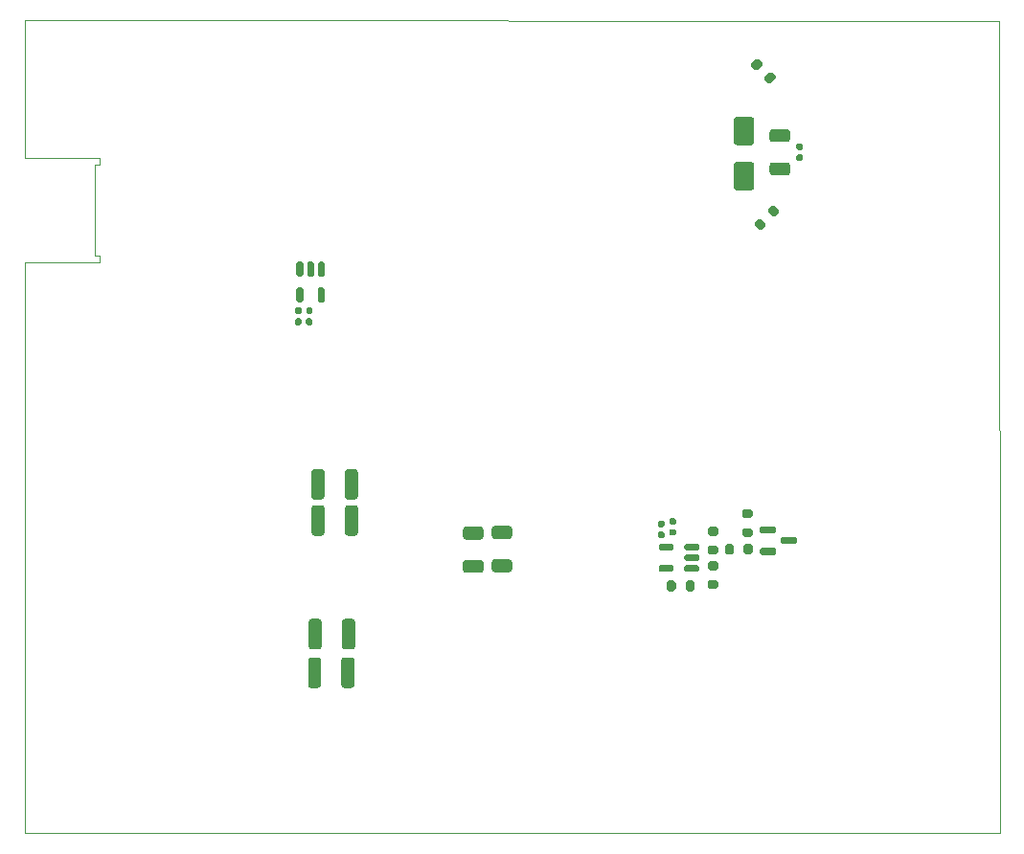
<source format=gbp>
G04 #@! TF.GenerationSoftware,KiCad,Pcbnew,9.0.1+1*
G04 #@! TF.CreationDate,2025-12-16T10:27:43+00:00*
G04 #@! TF.ProjectId,c64psu,63363470-7375-42e6-9b69-6361645f7063,rev?*
G04 #@! TF.SameCoordinates,Original*
G04 #@! TF.FileFunction,Paste,Bot*
G04 #@! TF.FilePolarity,Positive*
%FSLAX46Y46*%
G04 Gerber Fmt 4.6, Leading zero omitted, Abs format (unit mm)*
G04 Created by KiCad (PCBNEW 9.0.1+1) date 2025-12-16 10:27:43*
%MOMM*%
%LPD*%
G01*
G04 APERTURE LIST*
G04 #@! TA.AperFunction,Profile*
%ADD10C,0.050000*%
G04 #@! TD*
G04 APERTURE END LIST*
D10*
X219224551Y-37033468D02*
X219250062Y-108900624D01*
X133100087Y-108875624D01*
X133075074Y-58400000D01*
X139675000Y-58400000D01*
X139675000Y-57800000D01*
X139250000Y-57800000D01*
X139250000Y-49750000D01*
X139700000Y-49750000D01*
X139700000Y-49150000D01*
X133075000Y-49150000D01*
X133075000Y-37008468D01*
X219224551Y-37033468D01*
G36*
G01*
X197296800Y-52036802D02*
X195996800Y-52036802D01*
G75*
G02*
X195746800Y-51786802I0J250000D01*
G01*
X195746800Y-49786802D01*
G75*
G02*
X195996800Y-49536802I250000J0D01*
G01*
X197296800Y-49536802D01*
G75*
G02*
X197546800Y-49786802I0J-250000D01*
G01*
X197546800Y-51786802D01*
G75*
G02*
X197296800Y-52036802I-250000J0D01*
G01*
G37*
G36*
G01*
X197296800Y-48036800D02*
X195996800Y-48036800D01*
G75*
G02*
X195746800Y-47786800I0J250000D01*
G01*
X195746800Y-45786800D01*
G75*
G02*
X195996800Y-45536800I250000J0D01*
G01*
X197296800Y-45536800D01*
G75*
G02*
X197546800Y-45786800I0J-250000D01*
G01*
X197546800Y-47786800D01*
G75*
G02*
X197296800Y-48036800I-250000J0D01*
G01*
G37*
G36*
G01*
X193628600Y-84830200D02*
X194178600Y-84830200D01*
G75*
G02*
X194378600Y-85030200I0J-200000D01*
G01*
X194378600Y-85430200D01*
G75*
G02*
X194178600Y-85630200I-200000J0D01*
G01*
X193628600Y-85630200D01*
G75*
G02*
X193428600Y-85430200I0J200000D01*
G01*
X193428600Y-85030200D01*
G75*
G02*
X193628600Y-84830200I200000J0D01*
G01*
G37*
G36*
G01*
X193628600Y-86480200D02*
X194178600Y-86480200D01*
G75*
G02*
X194378600Y-86680200I0J-200000D01*
G01*
X194378600Y-87080200D01*
G75*
G02*
X194178600Y-87280200I-200000J0D01*
G01*
X193628600Y-87280200D01*
G75*
G02*
X193428600Y-87080200I0J200000D01*
G01*
X193428600Y-86680200D01*
G75*
G02*
X193628600Y-86480200I200000J0D01*
G01*
G37*
G36*
G01*
X192706400Y-83431201D02*
X192706400Y-83731201D01*
G75*
G02*
X192556400Y-83881201I-150000J0D01*
G01*
X191531400Y-83881201D01*
G75*
G02*
X191381400Y-83731201I0J150000D01*
G01*
X191381400Y-83431201D01*
G75*
G02*
X191531400Y-83281201I150000J0D01*
G01*
X192556400Y-83281201D01*
G75*
G02*
X192706400Y-83431201I0J-150000D01*
G01*
G37*
G36*
G01*
X192706400Y-84381200D02*
X192706400Y-84681200D01*
G75*
G02*
X192556400Y-84831200I-150000J0D01*
G01*
X191531400Y-84831200D01*
G75*
G02*
X191381400Y-84681200I0J150000D01*
G01*
X191381400Y-84381200D01*
G75*
G02*
X191531400Y-84231200I150000J0D01*
G01*
X192556400Y-84231200D01*
G75*
G02*
X192706400Y-84381200I0J-150000D01*
G01*
G37*
G36*
G01*
X192706400Y-85331199D02*
X192706400Y-85631199D01*
G75*
G02*
X192556400Y-85781199I-150000J0D01*
G01*
X191531400Y-85781199D01*
G75*
G02*
X191381400Y-85631199I0J150000D01*
G01*
X191381400Y-85331199D01*
G75*
G02*
X191531400Y-85181199I150000J0D01*
G01*
X192556400Y-85181199D01*
G75*
G02*
X192706400Y-85331199I0J-150000D01*
G01*
G37*
G36*
G01*
X190431400Y-85331199D02*
X190431400Y-85631199D01*
G75*
G02*
X190281400Y-85781199I-150000J0D01*
G01*
X189256400Y-85781199D01*
G75*
G02*
X189106400Y-85631199I0J150000D01*
G01*
X189106400Y-85331199D01*
G75*
G02*
X189256400Y-85181199I150000J0D01*
G01*
X190281400Y-85181199D01*
G75*
G02*
X190431400Y-85331199I0J-150000D01*
G01*
G37*
G36*
G01*
X190431400Y-83431201D02*
X190431400Y-83731201D01*
G75*
G02*
X190281400Y-83881201I-150000J0D01*
G01*
X189256400Y-83881201D01*
G75*
G02*
X189106400Y-83731201I0J150000D01*
G01*
X189106400Y-83431201D01*
G75*
G02*
X189256400Y-83281201I150000J0D01*
G01*
X190281400Y-83281201D01*
G75*
G02*
X190431400Y-83431201I0J-150000D01*
G01*
G37*
G36*
G01*
X157243601Y-58347200D02*
X157543601Y-58347200D01*
G75*
G02*
X157693601Y-58497200I0J-150000D01*
G01*
X157693601Y-59522200D01*
G75*
G02*
X157543601Y-59672200I-150000J0D01*
G01*
X157243601Y-59672200D01*
G75*
G02*
X157093601Y-59522200I0J150000D01*
G01*
X157093601Y-58497200D01*
G75*
G02*
X157243601Y-58347200I150000J0D01*
G01*
G37*
G36*
G01*
X158193600Y-58347200D02*
X158493600Y-58347200D01*
G75*
G02*
X158643600Y-58497200I0J-150000D01*
G01*
X158643600Y-59522200D01*
G75*
G02*
X158493600Y-59672200I-150000J0D01*
G01*
X158193600Y-59672200D01*
G75*
G02*
X158043600Y-59522200I0J150000D01*
G01*
X158043600Y-58497200D01*
G75*
G02*
X158193600Y-58347200I150000J0D01*
G01*
G37*
G36*
G01*
X159143599Y-58347200D02*
X159443599Y-58347200D01*
G75*
G02*
X159593599Y-58497200I0J-150000D01*
G01*
X159593599Y-59522200D01*
G75*
G02*
X159443599Y-59672200I-150000J0D01*
G01*
X159143599Y-59672200D01*
G75*
G02*
X158993599Y-59522200I0J150000D01*
G01*
X158993599Y-58497200D01*
G75*
G02*
X159143599Y-58347200I150000J0D01*
G01*
G37*
G36*
G01*
X159143599Y-60622200D02*
X159443599Y-60622200D01*
G75*
G02*
X159593599Y-60772200I0J-150000D01*
G01*
X159593599Y-61797200D01*
G75*
G02*
X159443599Y-61947200I-150000J0D01*
G01*
X159143599Y-61947200D01*
G75*
G02*
X158993599Y-61797200I0J150000D01*
G01*
X158993599Y-60772200D01*
G75*
G02*
X159143599Y-60622200I150000J0D01*
G01*
G37*
G36*
G01*
X157243601Y-60622200D02*
X157543601Y-60622200D01*
G75*
G02*
X157693601Y-60772200I0J-150000D01*
G01*
X157693601Y-61797200D01*
G75*
G02*
X157543601Y-61947200I-150000J0D01*
G01*
X157243601Y-61947200D01*
G75*
G02*
X157093601Y-61797200I0J150000D01*
G01*
X157093601Y-60772200D01*
G75*
G02*
X157243601Y-60622200I150000J0D01*
G01*
G37*
G36*
G01*
X192283800Y-86745400D02*
X192283800Y-87295400D01*
G75*
G02*
X192083800Y-87495400I-200000J0D01*
G01*
X191683800Y-87495400D01*
G75*
G02*
X191483800Y-87295400I0J200000D01*
G01*
X191483800Y-86745400D01*
G75*
G02*
X191683800Y-86545400I200000J0D01*
G01*
X192083800Y-86545400D01*
G75*
G02*
X192283800Y-86745400I0J-200000D01*
G01*
G37*
G36*
G01*
X190633800Y-86745400D02*
X190633800Y-87295400D01*
G75*
G02*
X190433800Y-87495400I-200000J0D01*
G01*
X190033800Y-87495400D01*
G75*
G02*
X189833800Y-87295400I0J200000D01*
G01*
X189833800Y-86745400D01*
G75*
G02*
X190033800Y-86545400I200000J0D01*
G01*
X190433800Y-86545400D01*
G75*
G02*
X190633800Y-86745400I0J-200000D01*
G01*
G37*
G36*
G01*
X197226600Y-82696000D02*
X196676600Y-82696000D01*
G75*
G02*
X196476600Y-82496000I0J200000D01*
G01*
X196476600Y-82096000D01*
G75*
G02*
X196676600Y-81896000I200000J0D01*
G01*
X197226600Y-81896000D01*
G75*
G02*
X197426600Y-82096000I0J-200000D01*
G01*
X197426600Y-82496000D01*
G75*
G02*
X197226600Y-82696000I-200000J0D01*
G01*
G37*
G36*
G01*
X197226600Y-81046000D02*
X196676600Y-81046000D01*
G75*
G02*
X196476600Y-80846000I0J200000D01*
G01*
X196476600Y-80446000D01*
G75*
G02*
X196676600Y-80246000I200000J0D01*
G01*
X197226600Y-80246000D01*
G75*
G02*
X197426600Y-80446000I0J-200000D01*
G01*
X197426600Y-80846000D01*
G75*
G02*
X197226600Y-81046000I-200000J0D01*
G01*
G37*
G36*
G01*
X162222400Y-93591200D02*
X162222400Y-95791200D01*
G75*
G02*
X161972400Y-96041200I-250000J0D01*
G01*
X161322400Y-96041200D01*
G75*
G02*
X161072400Y-95791200I0J250000D01*
G01*
X161072400Y-93591200D01*
G75*
G02*
X161322400Y-93341200I250000J0D01*
G01*
X161972400Y-93341200D01*
G75*
G02*
X162222400Y-93591200I0J-250000D01*
G01*
G37*
G36*
G01*
X159272400Y-93591200D02*
X159272400Y-95791200D01*
G75*
G02*
X159022400Y-96041200I-250000J0D01*
G01*
X158372400Y-96041200D01*
G75*
G02*
X158122400Y-95791200I0J250000D01*
G01*
X158122400Y-93591200D01*
G75*
G02*
X158372400Y-93341200I250000J0D01*
G01*
X159022400Y-93341200D01*
G75*
G02*
X159272400Y-93591200I0J-250000D01*
G01*
G37*
G36*
G01*
X158427199Y-79128800D02*
X158427199Y-76928800D01*
G75*
G02*
X158677199Y-76678800I250000J0D01*
G01*
X159327199Y-76678800D01*
G75*
G02*
X159577199Y-76928800I0J-250000D01*
G01*
X159577199Y-79128800D01*
G75*
G02*
X159327199Y-79378800I-250000J0D01*
G01*
X158677199Y-79378800D01*
G75*
G02*
X158427199Y-79128800I0J250000D01*
G01*
G37*
G36*
G01*
X161377201Y-79128800D02*
X161377201Y-76928800D01*
G75*
G02*
X161627201Y-76678800I250000J0D01*
G01*
X162277201Y-76678800D01*
G75*
G02*
X162527201Y-76928800I0J-250000D01*
G01*
X162527201Y-79128800D01*
G75*
G02*
X162277201Y-79378800I-250000J0D01*
G01*
X161627201Y-79378800D01*
G75*
G02*
X161377201Y-79128800I0J250000D01*
G01*
G37*
G36*
G01*
X174603708Y-81712215D02*
X175903708Y-81712215D01*
G75*
G02*
X176153708Y-81962215I0J-250000D01*
G01*
X176153708Y-82612215D01*
G75*
G02*
X175903708Y-82862215I-250000J0D01*
G01*
X174603708Y-82862215D01*
G75*
G02*
X174353708Y-82612215I0J250000D01*
G01*
X174353708Y-81962215D01*
G75*
G02*
X174603708Y-81712215I250000J0D01*
G01*
G37*
G36*
G01*
X174603708Y-84662217D02*
X175903708Y-84662217D01*
G75*
G02*
X176153708Y-84912217I0J-250000D01*
G01*
X176153708Y-85562217D01*
G75*
G02*
X175903708Y-85812217I-250000J0D01*
G01*
X174603708Y-85812217D01*
G75*
G02*
X174353708Y-85562217I0J250000D01*
G01*
X174353708Y-84912217D01*
G75*
G02*
X174603708Y-84662217I250000J0D01*
G01*
G37*
G36*
G01*
X199350551Y-53396940D02*
X199739460Y-53785849D01*
G75*
G02*
X199739460Y-54068691I-141421J-141421D01*
G01*
X199456617Y-54351534D01*
G75*
G02*
X199173775Y-54351534I-141421J141421D01*
G01*
X198784866Y-53962625D01*
G75*
G02*
X198784866Y-53679783I141421J141421D01*
G01*
X199067709Y-53396940D01*
G75*
G02*
X199350551Y-53396940I141421J-141421D01*
G01*
G37*
G36*
G01*
X198183825Y-54563666D02*
X198572734Y-54952575D01*
G75*
G02*
X198572734Y-55235417I-141421J-141421D01*
G01*
X198289891Y-55518260D01*
G75*
G02*
X198007049Y-55518260I-141421J141421D01*
G01*
X197618140Y-55129351D01*
G75*
G02*
X197618140Y-54846509I141421J141421D01*
G01*
X197900983Y-54563666D01*
G75*
G02*
X198183825Y-54563666I141421J-141421D01*
G01*
G37*
G36*
G01*
X199170000Y-46619999D02*
X200470000Y-46619999D01*
G75*
G02*
X200720000Y-46869999I0J-250000D01*
G01*
X200720000Y-47519999D01*
G75*
G02*
X200470000Y-47769999I-250000J0D01*
G01*
X199170000Y-47769999D01*
G75*
G02*
X198920000Y-47519999I0J250000D01*
G01*
X198920000Y-46869999D01*
G75*
G02*
X199170000Y-46619999I250000J0D01*
G01*
G37*
G36*
G01*
X199170000Y-49570001D02*
X200470000Y-49570001D01*
G75*
G02*
X200720000Y-49820001I0J-250000D01*
G01*
X200720000Y-50470001D01*
G75*
G02*
X200470000Y-50720001I-250000J0D01*
G01*
X199170000Y-50720001D01*
G75*
G02*
X198920000Y-50470001I0J250000D01*
G01*
X198920000Y-49820001D01*
G75*
G02*
X199170000Y-49570001I250000J0D01*
G01*
G37*
G36*
G01*
X156974000Y-63822400D02*
X156974000Y-63482400D01*
G75*
G02*
X157114000Y-63342400I140000J0D01*
G01*
X157394000Y-63342400D01*
G75*
G02*
X157534000Y-63482400I0J-140000D01*
G01*
X157534000Y-63822400D01*
G75*
G02*
X157394000Y-63962400I-140000J0D01*
G01*
X157114000Y-63962400D01*
G75*
G02*
X156974000Y-63822400I0J140000D01*
G01*
G37*
G36*
G01*
X157934000Y-63822400D02*
X157934000Y-63482400D01*
G75*
G02*
X158074000Y-63342400I140000J0D01*
G01*
X158354000Y-63342400D01*
G75*
G02*
X158494000Y-63482400I0J-140000D01*
G01*
X158494000Y-63822400D01*
G75*
G02*
X158354000Y-63962400I-140000J0D01*
G01*
X158074000Y-63962400D01*
G75*
G02*
X157934000Y-63822400I0J140000D01*
G01*
G37*
G36*
G01*
X158427199Y-82329200D02*
X158427199Y-80129200D01*
G75*
G02*
X158677199Y-79879200I250000J0D01*
G01*
X159327199Y-79879200D01*
G75*
G02*
X159577199Y-80129200I0J-250000D01*
G01*
X159577199Y-82329200D01*
G75*
G02*
X159327199Y-82579200I-250000J0D01*
G01*
X158677199Y-82579200D01*
G75*
G02*
X158427199Y-82329200I0J250000D01*
G01*
G37*
G36*
G01*
X161377201Y-82329200D02*
X161377201Y-80129200D01*
G75*
G02*
X161627201Y-79879200I250000J0D01*
G01*
X162277201Y-79879200D01*
G75*
G02*
X162527201Y-80129200I0J-250000D01*
G01*
X162527201Y-82329200D01*
G75*
G02*
X162277201Y-82579200I-250000J0D01*
G01*
X161627201Y-82579200D01*
G75*
G02*
X161377201Y-82329200I0J250000D01*
G01*
G37*
G36*
G01*
X162273201Y-90187600D02*
X162273201Y-92387600D01*
G75*
G02*
X162023201Y-92637600I-250000J0D01*
G01*
X161373201Y-92637600D01*
G75*
G02*
X161123201Y-92387600I0J250000D01*
G01*
X161123201Y-90187600D01*
G75*
G02*
X161373201Y-89937600I250000J0D01*
G01*
X162023201Y-89937600D01*
G75*
G02*
X162273201Y-90187600I0J-250000D01*
G01*
G37*
G36*
G01*
X159323199Y-90187600D02*
X159323199Y-92387600D01*
G75*
G02*
X159073199Y-92637600I-250000J0D01*
G01*
X158423199Y-92637600D01*
G75*
G02*
X158173199Y-92387600I0J250000D01*
G01*
X158173199Y-90187600D01*
G75*
G02*
X158423199Y-89937600I250000J0D01*
G01*
X159073199Y-89937600D01*
G75*
G02*
X159323199Y-90187600I0J-250000D01*
G01*
G37*
G36*
G01*
X194964600Y-84044200D02*
X194964600Y-83494200D01*
G75*
G02*
X195164600Y-83294200I200000J0D01*
G01*
X195564600Y-83294200D01*
G75*
G02*
X195764600Y-83494200I0J-200000D01*
G01*
X195764600Y-84044200D01*
G75*
G02*
X195564600Y-84244200I-200000J0D01*
G01*
X195164600Y-84244200D01*
G75*
G02*
X194964600Y-84044200I0J200000D01*
G01*
G37*
G36*
G01*
X196614600Y-84044200D02*
X196614600Y-83494200D01*
G75*
G02*
X196814600Y-83294200I200000J0D01*
G01*
X197214600Y-83294200D01*
G75*
G02*
X197414600Y-83494200I0J-200000D01*
G01*
X197414600Y-84044200D01*
G75*
G02*
X197214600Y-84244200I-200000J0D01*
G01*
X196814600Y-84244200D01*
G75*
G02*
X196614600Y-84044200I0J200000D01*
G01*
G37*
G36*
G01*
X189161600Y-81259200D02*
X189501600Y-81259200D01*
G75*
G02*
X189641600Y-81399200I0J-140000D01*
G01*
X189641600Y-81679200D01*
G75*
G02*
X189501600Y-81819200I-140000J0D01*
G01*
X189161600Y-81819200D01*
G75*
G02*
X189021600Y-81679200I0J140000D01*
G01*
X189021600Y-81399200D01*
G75*
G02*
X189161600Y-81259200I140000J0D01*
G01*
G37*
G36*
G01*
X189161600Y-82219200D02*
X189501600Y-82219200D01*
G75*
G02*
X189641600Y-82359200I0J-140000D01*
G01*
X189641600Y-82639200D01*
G75*
G02*
X189501600Y-82779200I-140000J0D01*
G01*
X189161600Y-82779200D01*
G75*
G02*
X189021600Y-82639200I0J140000D01*
G01*
X189021600Y-82359200D01*
G75*
G02*
X189161600Y-82219200I140000J0D01*
G01*
G37*
G36*
G01*
X198019800Y-84121300D02*
X198019800Y-83821300D01*
G75*
G02*
X198169800Y-83671300I150000J0D01*
G01*
X199344800Y-83671300D01*
G75*
G02*
X199494800Y-83821300I0J-150000D01*
G01*
X199494800Y-84121300D01*
G75*
G02*
X199344800Y-84271300I-150000J0D01*
G01*
X198169800Y-84271300D01*
G75*
G02*
X198019800Y-84121300I0J150000D01*
G01*
G37*
G36*
G01*
X198019800Y-82221300D02*
X198019800Y-81921300D01*
G75*
G02*
X198169800Y-81771300I150000J0D01*
G01*
X199344800Y-81771300D01*
G75*
G02*
X199494800Y-81921300I0J-150000D01*
G01*
X199494800Y-82221300D01*
G75*
G02*
X199344800Y-82371300I-150000J0D01*
G01*
X198169800Y-82371300D01*
G75*
G02*
X198019800Y-82221300I0J150000D01*
G01*
G37*
G36*
G01*
X199894801Y-83171300D02*
X199894801Y-82871300D01*
G75*
G02*
X200044801Y-82721300I150000J0D01*
G01*
X201219801Y-82721300D01*
G75*
G02*
X201369801Y-82871300I0J-150000D01*
G01*
X201369801Y-83171300D01*
G75*
G02*
X201219801Y-83321300I-150000J0D01*
G01*
X200044801Y-83321300D01*
G75*
G02*
X199894801Y-83171300I0J150000D01*
G01*
G37*
G36*
G01*
X172071743Y-81763741D02*
X173371743Y-81763741D01*
G75*
G02*
X173621743Y-82013741I0J-250000D01*
G01*
X173621743Y-82663741D01*
G75*
G02*
X173371743Y-82913741I-250000J0D01*
G01*
X172071743Y-82913741D01*
G75*
G02*
X171821743Y-82663741I0J250000D01*
G01*
X171821743Y-82013741D01*
G75*
G02*
X172071743Y-81763741I250000J0D01*
G01*
G37*
G36*
G01*
X172071743Y-84713743D02*
X173371743Y-84713743D01*
G75*
G02*
X173621743Y-84963743I0J-250000D01*
G01*
X173621743Y-85613743D01*
G75*
G02*
X173371743Y-85863743I-250000J0D01*
G01*
X172071743Y-85863743D01*
G75*
G02*
X171821743Y-85613743I0J250000D01*
G01*
X171821743Y-84963743D01*
G75*
G02*
X172071743Y-84713743I250000J0D01*
G01*
G37*
G36*
G01*
X201404400Y-47906400D02*
X201744400Y-47906400D01*
G75*
G02*
X201884400Y-48046400I0J-140000D01*
G01*
X201884400Y-48326400D01*
G75*
G02*
X201744400Y-48466400I-140000J0D01*
G01*
X201404400Y-48466400D01*
G75*
G02*
X201264400Y-48326400I0J140000D01*
G01*
X201264400Y-48046400D01*
G75*
G02*
X201404400Y-47906400I140000J0D01*
G01*
G37*
G36*
G01*
X201404400Y-48866400D02*
X201744400Y-48866400D01*
G75*
G02*
X201884400Y-49006400I0J-140000D01*
G01*
X201884400Y-49286400D01*
G75*
G02*
X201744400Y-49426400I-140000J0D01*
G01*
X201404400Y-49426400D01*
G75*
G02*
X201264400Y-49286400I0J140000D01*
G01*
X201264400Y-49006400D01*
G75*
G02*
X201404400Y-48866400I140000J0D01*
G01*
G37*
G36*
G01*
X190517600Y-82548000D02*
X190177600Y-82548000D01*
G75*
G02*
X190037600Y-82408000I0J140000D01*
G01*
X190037600Y-82128000D01*
G75*
G02*
X190177600Y-81988000I140000J0D01*
G01*
X190517600Y-81988000D01*
G75*
G02*
X190657600Y-82128000I0J-140000D01*
G01*
X190657600Y-82408000D01*
G75*
G02*
X190517600Y-82548000I-140000J0D01*
G01*
G37*
G36*
G01*
X190517600Y-81588000D02*
X190177600Y-81588000D01*
G75*
G02*
X190037600Y-81448000I0J140000D01*
G01*
X190037600Y-81168000D01*
G75*
G02*
X190177600Y-81028000I140000J0D01*
G01*
X190517600Y-81028000D01*
G75*
G02*
X190657600Y-81168000I0J-140000D01*
G01*
X190657600Y-81448000D01*
G75*
G02*
X190517600Y-81588000I-140000J0D01*
G01*
G37*
G36*
G01*
X197313340Y-40831849D02*
X197702249Y-40442940D01*
G75*
G02*
X197985091Y-40442940I141421J-141421D01*
G01*
X198267934Y-40725783D01*
G75*
G02*
X198267934Y-41008625I-141421J-141421D01*
G01*
X197879025Y-41397534D01*
G75*
G02*
X197596183Y-41397534I-141421J141421D01*
G01*
X197313340Y-41114691D01*
G75*
G02*
X197313340Y-40831849I141421J141421D01*
G01*
G37*
G36*
G01*
X198480066Y-41998575D02*
X198868975Y-41609666D01*
G75*
G02*
X199151817Y-41609666I141421J-141421D01*
G01*
X199434660Y-41892509D01*
G75*
G02*
X199434660Y-42175351I-141421J-141421D01*
G01*
X199045751Y-42564260D01*
G75*
G02*
X198762909Y-42564260I-141421J141421D01*
G01*
X198480066Y-42281417D01*
G75*
G02*
X198480066Y-41998575I141421J141421D01*
G01*
G37*
G36*
G01*
X158522000Y-62517200D02*
X158522000Y-62857200D01*
G75*
G02*
X158382000Y-62997200I-140000J0D01*
G01*
X158102000Y-62997200D01*
G75*
G02*
X157962000Y-62857200I0J140000D01*
G01*
X157962000Y-62517200D01*
G75*
G02*
X158102000Y-62377200I140000J0D01*
G01*
X158382000Y-62377200D01*
G75*
G02*
X158522000Y-62517200I0J-140000D01*
G01*
G37*
G36*
G01*
X157562000Y-62517200D02*
X157562000Y-62857200D01*
G75*
G02*
X157422000Y-62997200I-140000J0D01*
G01*
X157142000Y-62997200D01*
G75*
G02*
X157002000Y-62857200I0J140000D01*
G01*
X157002000Y-62517200D01*
G75*
G02*
X157142000Y-62377200I140000J0D01*
G01*
X157422000Y-62377200D01*
G75*
G02*
X157562000Y-62517200I0J-140000D01*
G01*
G37*
G36*
G01*
X194178600Y-84232200D02*
X193628600Y-84232200D01*
G75*
G02*
X193428600Y-84032200I0J200000D01*
G01*
X193428600Y-83632200D01*
G75*
G02*
X193628600Y-83432200I200000J0D01*
G01*
X194178600Y-83432200D01*
G75*
G02*
X194378600Y-83632200I0J-200000D01*
G01*
X194378600Y-84032200D01*
G75*
G02*
X194178600Y-84232200I-200000J0D01*
G01*
G37*
G36*
G01*
X194178600Y-82582200D02*
X193628600Y-82582200D01*
G75*
G02*
X193428600Y-82382200I0J200000D01*
G01*
X193428600Y-81982200D01*
G75*
G02*
X193628600Y-81782200I200000J0D01*
G01*
X194178600Y-81782200D01*
G75*
G02*
X194378600Y-81982200I0J-200000D01*
G01*
X194378600Y-82382200D01*
G75*
G02*
X194178600Y-82582200I-200000J0D01*
G01*
G37*
M02*

</source>
